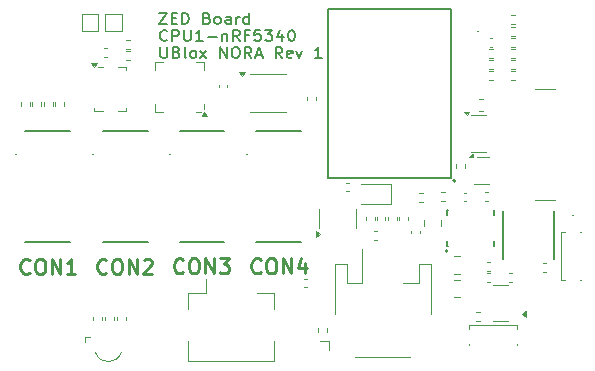
<source format=gbr>
%TF.GenerationSoftware,KiCad,Pcbnew,9.0.4*%
%TF.CreationDate,2025-09-08T17:38:28-04:00*%
%TF.ProjectId,CPU1-NRF5340-uBlox-NORA,43505531-2d4e-4524-9635-3334302d7542,A*%
%TF.SameCoordinates,Original*%
%TF.FileFunction,Legend,Top*%
%TF.FilePolarity,Positive*%
%FSLAX46Y46*%
G04 Gerber Fmt 4.6, Leading zero omitted, Abs format (unit mm)*
G04 Created by KiCad (PCBNEW 9.0.4) date 2025-09-08 17:38:28*
%MOMM*%
%LPD*%
G01*
G04 APERTURE LIST*
%ADD10C,0.150000*%
%ADD11C,0.254000*%
%ADD12C,0.120000*%
%ADD13C,0.100000*%
%ADD14C,0.200000*%
%ADD15C,0.127000*%
G04 APERTURE END LIST*
D10*
X118231541Y-74824157D02*
X118898207Y-74824157D01*
X118898207Y-74824157D02*
X118231541Y-75724157D01*
X118231541Y-75724157D02*
X118898207Y-75724157D01*
X119279160Y-75252728D02*
X119612493Y-75252728D01*
X119755350Y-75724157D02*
X119279160Y-75724157D01*
X119279160Y-75724157D02*
X119279160Y-74824157D01*
X119279160Y-74824157D02*
X119755350Y-74824157D01*
X120183922Y-75724157D02*
X120183922Y-74824157D01*
X120183922Y-74824157D02*
X120422017Y-74824157D01*
X120422017Y-74824157D02*
X120564874Y-74867014D01*
X120564874Y-74867014D02*
X120660112Y-74952728D01*
X120660112Y-74952728D02*
X120707731Y-75038442D01*
X120707731Y-75038442D02*
X120755350Y-75209871D01*
X120755350Y-75209871D02*
X120755350Y-75338442D01*
X120755350Y-75338442D02*
X120707731Y-75509871D01*
X120707731Y-75509871D02*
X120660112Y-75595585D01*
X120660112Y-75595585D02*
X120564874Y-75681300D01*
X120564874Y-75681300D02*
X120422017Y-75724157D01*
X120422017Y-75724157D02*
X120183922Y-75724157D01*
X122279160Y-75252728D02*
X122422017Y-75295585D01*
X122422017Y-75295585D02*
X122469636Y-75338442D01*
X122469636Y-75338442D02*
X122517255Y-75424157D01*
X122517255Y-75424157D02*
X122517255Y-75552728D01*
X122517255Y-75552728D02*
X122469636Y-75638442D01*
X122469636Y-75638442D02*
X122422017Y-75681300D01*
X122422017Y-75681300D02*
X122326779Y-75724157D01*
X122326779Y-75724157D02*
X121945827Y-75724157D01*
X121945827Y-75724157D02*
X121945827Y-74824157D01*
X121945827Y-74824157D02*
X122279160Y-74824157D01*
X122279160Y-74824157D02*
X122374398Y-74867014D01*
X122374398Y-74867014D02*
X122422017Y-74909871D01*
X122422017Y-74909871D02*
X122469636Y-74995585D01*
X122469636Y-74995585D02*
X122469636Y-75081300D01*
X122469636Y-75081300D02*
X122422017Y-75167014D01*
X122422017Y-75167014D02*
X122374398Y-75209871D01*
X122374398Y-75209871D02*
X122279160Y-75252728D01*
X122279160Y-75252728D02*
X121945827Y-75252728D01*
X123088684Y-75724157D02*
X122993446Y-75681300D01*
X122993446Y-75681300D02*
X122945827Y-75638442D01*
X122945827Y-75638442D02*
X122898208Y-75552728D01*
X122898208Y-75552728D02*
X122898208Y-75295585D01*
X122898208Y-75295585D02*
X122945827Y-75209871D01*
X122945827Y-75209871D02*
X122993446Y-75167014D01*
X122993446Y-75167014D02*
X123088684Y-75124157D01*
X123088684Y-75124157D02*
X123231541Y-75124157D01*
X123231541Y-75124157D02*
X123326779Y-75167014D01*
X123326779Y-75167014D02*
X123374398Y-75209871D01*
X123374398Y-75209871D02*
X123422017Y-75295585D01*
X123422017Y-75295585D02*
X123422017Y-75552728D01*
X123422017Y-75552728D02*
X123374398Y-75638442D01*
X123374398Y-75638442D02*
X123326779Y-75681300D01*
X123326779Y-75681300D02*
X123231541Y-75724157D01*
X123231541Y-75724157D02*
X123088684Y-75724157D01*
X124279160Y-75724157D02*
X124279160Y-75252728D01*
X124279160Y-75252728D02*
X124231541Y-75167014D01*
X124231541Y-75167014D02*
X124136303Y-75124157D01*
X124136303Y-75124157D02*
X123945827Y-75124157D01*
X123945827Y-75124157D02*
X123850589Y-75167014D01*
X124279160Y-75681300D02*
X124183922Y-75724157D01*
X124183922Y-75724157D02*
X123945827Y-75724157D01*
X123945827Y-75724157D02*
X123850589Y-75681300D01*
X123850589Y-75681300D02*
X123802970Y-75595585D01*
X123802970Y-75595585D02*
X123802970Y-75509871D01*
X123802970Y-75509871D02*
X123850589Y-75424157D01*
X123850589Y-75424157D02*
X123945827Y-75381300D01*
X123945827Y-75381300D02*
X124183922Y-75381300D01*
X124183922Y-75381300D02*
X124279160Y-75338442D01*
X124755351Y-75724157D02*
X124755351Y-75124157D01*
X124755351Y-75295585D02*
X124802970Y-75209871D01*
X124802970Y-75209871D02*
X124850589Y-75167014D01*
X124850589Y-75167014D02*
X124945827Y-75124157D01*
X124945827Y-75124157D02*
X125041065Y-75124157D01*
X125802970Y-75724157D02*
X125802970Y-74824157D01*
X125802970Y-75681300D02*
X125707732Y-75724157D01*
X125707732Y-75724157D02*
X125517256Y-75724157D01*
X125517256Y-75724157D02*
X125422018Y-75681300D01*
X125422018Y-75681300D02*
X125374399Y-75638442D01*
X125374399Y-75638442D02*
X125326780Y-75552728D01*
X125326780Y-75552728D02*
X125326780Y-75295585D01*
X125326780Y-75295585D02*
X125374399Y-75209871D01*
X125374399Y-75209871D02*
X125422018Y-75167014D01*
X125422018Y-75167014D02*
X125517256Y-75124157D01*
X125517256Y-75124157D02*
X125707732Y-75124157D01*
X125707732Y-75124157D02*
X125802970Y-75167014D01*
X118898207Y-77087392D02*
X118850588Y-77130250D01*
X118850588Y-77130250D02*
X118707731Y-77173107D01*
X118707731Y-77173107D02*
X118612493Y-77173107D01*
X118612493Y-77173107D02*
X118469636Y-77130250D01*
X118469636Y-77130250D02*
X118374398Y-77044535D01*
X118374398Y-77044535D02*
X118326779Y-76958821D01*
X118326779Y-76958821D02*
X118279160Y-76787392D01*
X118279160Y-76787392D02*
X118279160Y-76658821D01*
X118279160Y-76658821D02*
X118326779Y-76487392D01*
X118326779Y-76487392D02*
X118374398Y-76401678D01*
X118374398Y-76401678D02*
X118469636Y-76315964D01*
X118469636Y-76315964D02*
X118612493Y-76273107D01*
X118612493Y-76273107D02*
X118707731Y-76273107D01*
X118707731Y-76273107D02*
X118850588Y-76315964D01*
X118850588Y-76315964D02*
X118898207Y-76358821D01*
X119326779Y-77173107D02*
X119326779Y-76273107D01*
X119326779Y-76273107D02*
X119707731Y-76273107D01*
X119707731Y-76273107D02*
X119802969Y-76315964D01*
X119802969Y-76315964D02*
X119850588Y-76358821D01*
X119850588Y-76358821D02*
X119898207Y-76444535D01*
X119898207Y-76444535D02*
X119898207Y-76573107D01*
X119898207Y-76573107D02*
X119850588Y-76658821D01*
X119850588Y-76658821D02*
X119802969Y-76701678D01*
X119802969Y-76701678D02*
X119707731Y-76744535D01*
X119707731Y-76744535D02*
X119326779Y-76744535D01*
X120326779Y-76273107D02*
X120326779Y-77001678D01*
X120326779Y-77001678D02*
X120374398Y-77087392D01*
X120374398Y-77087392D02*
X120422017Y-77130250D01*
X120422017Y-77130250D02*
X120517255Y-77173107D01*
X120517255Y-77173107D02*
X120707731Y-77173107D01*
X120707731Y-77173107D02*
X120802969Y-77130250D01*
X120802969Y-77130250D02*
X120850588Y-77087392D01*
X120850588Y-77087392D02*
X120898207Y-77001678D01*
X120898207Y-77001678D02*
X120898207Y-76273107D01*
X121898207Y-77173107D02*
X121326779Y-77173107D01*
X121612493Y-77173107D02*
X121612493Y-76273107D01*
X121612493Y-76273107D02*
X121517255Y-76401678D01*
X121517255Y-76401678D02*
X121422017Y-76487392D01*
X121422017Y-76487392D02*
X121326779Y-76530250D01*
X122326779Y-76830250D02*
X123088684Y-76830250D01*
X123564874Y-76573107D02*
X123564874Y-77173107D01*
X123564874Y-76658821D02*
X123612493Y-76615964D01*
X123612493Y-76615964D02*
X123707731Y-76573107D01*
X123707731Y-76573107D02*
X123850588Y-76573107D01*
X123850588Y-76573107D02*
X123945826Y-76615964D01*
X123945826Y-76615964D02*
X123993445Y-76701678D01*
X123993445Y-76701678D02*
X123993445Y-77173107D01*
X125041064Y-77173107D02*
X124707731Y-76744535D01*
X124469636Y-77173107D02*
X124469636Y-76273107D01*
X124469636Y-76273107D02*
X124850588Y-76273107D01*
X124850588Y-76273107D02*
X124945826Y-76315964D01*
X124945826Y-76315964D02*
X124993445Y-76358821D01*
X124993445Y-76358821D02*
X125041064Y-76444535D01*
X125041064Y-76444535D02*
X125041064Y-76573107D01*
X125041064Y-76573107D02*
X124993445Y-76658821D01*
X124993445Y-76658821D02*
X124945826Y-76701678D01*
X124945826Y-76701678D02*
X124850588Y-76744535D01*
X124850588Y-76744535D02*
X124469636Y-76744535D01*
X125802969Y-76701678D02*
X125469636Y-76701678D01*
X125469636Y-77173107D02*
X125469636Y-76273107D01*
X125469636Y-76273107D02*
X125945826Y-76273107D01*
X126802969Y-76273107D02*
X126326779Y-76273107D01*
X126326779Y-76273107D02*
X126279160Y-76701678D01*
X126279160Y-76701678D02*
X126326779Y-76658821D01*
X126326779Y-76658821D02*
X126422017Y-76615964D01*
X126422017Y-76615964D02*
X126660112Y-76615964D01*
X126660112Y-76615964D02*
X126755350Y-76658821D01*
X126755350Y-76658821D02*
X126802969Y-76701678D01*
X126802969Y-76701678D02*
X126850588Y-76787392D01*
X126850588Y-76787392D02*
X126850588Y-77001678D01*
X126850588Y-77001678D02*
X126802969Y-77087392D01*
X126802969Y-77087392D02*
X126755350Y-77130250D01*
X126755350Y-77130250D02*
X126660112Y-77173107D01*
X126660112Y-77173107D02*
X126422017Y-77173107D01*
X126422017Y-77173107D02*
X126326779Y-77130250D01*
X126326779Y-77130250D02*
X126279160Y-77087392D01*
X127183922Y-76273107D02*
X127802969Y-76273107D01*
X127802969Y-76273107D02*
X127469636Y-76615964D01*
X127469636Y-76615964D02*
X127612493Y-76615964D01*
X127612493Y-76615964D02*
X127707731Y-76658821D01*
X127707731Y-76658821D02*
X127755350Y-76701678D01*
X127755350Y-76701678D02*
X127802969Y-76787392D01*
X127802969Y-76787392D02*
X127802969Y-77001678D01*
X127802969Y-77001678D02*
X127755350Y-77087392D01*
X127755350Y-77087392D02*
X127707731Y-77130250D01*
X127707731Y-77130250D02*
X127612493Y-77173107D01*
X127612493Y-77173107D02*
X127326779Y-77173107D01*
X127326779Y-77173107D02*
X127231541Y-77130250D01*
X127231541Y-77130250D02*
X127183922Y-77087392D01*
X128660112Y-76573107D02*
X128660112Y-77173107D01*
X128422017Y-76230250D02*
X128183922Y-76873107D01*
X128183922Y-76873107D02*
X128802969Y-76873107D01*
X129374398Y-76273107D02*
X129469636Y-76273107D01*
X129469636Y-76273107D02*
X129564874Y-76315964D01*
X129564874Y-76315964D02*
X129612493Y-76358821D01*
X129612493Y-76358821D02*
X129660112Y-76444535D01*
X129660112Y-76444535D02*
X129707731Y-76615964D01*
X129707731Y-76615964D02*
X129707731Y-76830250D01*
X129707731Y-76830250D02*
X129660112Y-77001678D01*
X129660112Y-77001678D02*
X129612493Y-77087392D01*
X129612493Y-77087392D02*
X129564874Y-77130250D01*
X129564874Y-77130250D02*
X129469636Y-77173107D01*
X129469636Y-77173107D02*
X129374398Y-77173107D01*
X129374398Y-77173107D02*
X129279160Y-77130250D01*
X129279160Y-77130250D02*
X129231541Y-77087392D01*
X129231541Y-77087392D02*
X129183922Y-77001678D01*
X129183922Y-77001678D02*
X129136303Y-76830250D01*
X129136303Y-76830250D02*
X129136303Y-76615964D01*
X129136303Y-76615964D02*
X129183922Y-76444535D01*
X129183922Y-76444535D02*
X129231541Y-76358821D01*
X129231541Y-76358821D02*
X129279160Y-76315964D01*
X129279160Y-76315964D02*
X129374398Y-76273107D01*
X118326779Y-77722057D02*
X118326779Y-78450628D01*
X118326779Y-78450628D02*
X118374398Y-78536342D01*
X118374398Y-78536342D02*
X118422017Y-78579200D01*
X118422017Y-78579200D02*
X118517255Y-78622057D01*
X118517255Y-78622057D02*
X118707731Y-78622057D01*
X118707731Y-78622057D02*
X118802969Y-78579200D01*
X118802969Y-78579200D02*
X118850588Y-78536342D01*
X118850588Y-78536342D02*
X118898207Y-78450628D01*
X118898207Y-78450628D02*
X118898207Y-77722057D01*
X119707731Y-78150628D02*
X119850588Y-78193485D01*
X119850588Y-78193485D02*
X119898207Y-78236342D01*
X119898207Y-78236342D02*
X119945826Y-78322057D01*
X119945826Y-78322057D02*
X119945826Y-78450628D01*
X119945826Y-78450628D02*
X119898207Y-78536342D01*
X119898207Y-78536342D02*
X119850588Y-78579200D01*
X119850588Y-78579200D02*
X119755350Y-78622057D01*
X119755350Y-78622057D02*
X119374398Y-78622057D01*
X119374398Y-78622057D02*
X119374398Y-77722057D01*
X119374398Y-77722057D02*
X119707731Y-77722057D01*
X119707731Y-77722057D02*
X119802969Y-77764914D01*
X119802969Y-77764914D02*
X119850588Y-77807771D01*
X119850588Y-77807771D02*
X119898207Y-77893485D01*
X119898207Y-77893485D02*
X119898207Y-77979200D01*
X119898207Y-77979200D02*
X119850588Y-78064914D01*
X119850588Y-78064914D02*
X119802969Y-78107771D01*
X119802969Y-78107771D02*
X119707731Y-78150628D01*
X119707731Y-78150628D02*
X119374398Y-78150628D01*
X120517255Y-78622057D02*
X120422017Y-78579200D01*
X120422017Y-78579200D02*
X120374398Y-78493485D01*
X120374398Y-78493485D02*
X120374398Y-77722057D01*
X121041065Y-78622057D02*
X120945827Y-78579200D01*
X120945827Y-78579200D02*
X120898208Y-78536342D01*
X120898208Y-78536342D02*
X120850589Y-78450628D01*
X120850589Y-78450628D02*
X120850589Y-78193485D01*
X120850589Y-78193485D02*
X120898208Y-78107771D01*
X120898208Y-78107771D02*
X120945827Y-78064914D01*
X120945827Y-78064914D02*
X121041065Y-78022057D01*
X121041065Y-78022057D02*
X121183922Y-78022057D01*
X121183922Y-78022057D02*
X121279160Y-78064914D01*
X121279160Y-78064914D02*
X121326779Y-78107771D01*
X121326779Y-78107771D02*
X121374398Y-78193485D01*
X121374398Y-78193485D02*
X121374398Y-78450628D01*
X121374398Y-78450628D02*
X121326779Y-78536342D01*
X121326779Y-78536342D02*
X121279160Y-78579200D01*
X121279160Y-78579200D02*
X121183922Y-78622057D01*
X121183922Y-78622057D02*
X121041065Y-78622057D01*
X121707732Y-78622057D02*
X122231541Y-78022057D01*
X121707732Y-78022057D02*
X122231541Y-78622057D01*
X123374399Y-78622057D02*
X123374399Y-77722057D01*
X123374399Y-77722057D02*
X123945827Y-78622057D01*
X123945827Y-78622057D02*
X123945827Y-77722057D01*
X124612494Y-77722057D02*
X124802970Y-77722057D01*
X124802970Y-77722057D02*
X124898208Y-77764914D01*
X124898208Y-77764914D02*
X124993446Y-77850628D01*
X124993446Y-77850628D02*
X125041065Y-78022057D01*
X125041065Y-78022057D02*
X125041065Y-78322057D01*
X125041065Y-78322057D02*
X124993446Y-78493485D01*
X124993446Y-78493485D02*
X124898208Y-78579200D01*
X124898208Y-78579200D02*
X124802970Y-78622057D01*
X124802970Y-78622057D02*
X124612494Y-78622057D01*
X124612494Y-78622057D02*
X124517256Y-78579200D01*
X124517256Y-78579200D02*
X124422018Y-78493485D01*
X124422018Y-78493485D02*
X124374399Y-78322057D01*
X124374399Y-78322057D02*
X124374399Y-78022057D01*
X124374399Y-78022057D02*
X124422018Y-77850628D01*
X124422018Y-77850628D02*
X124517256Y-77764914D01*
X124517256Y-77764914D02*
X124612494Y-77722057D01*
X126041065Y-78622057D02*
X125707732Y-78193485D01*
X125469637Y-78622057D02*
X125469637Y-77722057D01*
X125469637Y-77722057D02*
X125850589Y-77722057D01*
X125850589Y-77722057D02*
X125945827Y-77764914D01*
X125945827Y-77764914D02*
X125993446Y-77807771D01*
X125993446Y-77807771D02*
X126041065Y-77893485D01*
X126041065Y-77893485D02*
X126041065Y-78022057D01*
X126041065Y-78022057D02*
X125993446Y-78107771D01*
X125993446Y-78107771D02*
X125945827Y-78150628D01*
X125945827Y-78150628D02*
X125850589Y-78193485D01*
X125850589Y-78193485D02*
X125469637Y-78193485D01*
X126422018Y-78364914D02*
X126898208Y-78364914D01*
X126326780Y-78622057D02*
X126660113Y-77722057D01*
X126660113Y-77722057D02*
X126993446Y-78622057D01*
X128660113Y-78622057D02*
X128326780Y-78193485D01*
X128088685Y-78622057D02*
X128088685Y-77722057D01*
X128088685Y-77722057D02*
X128469637Y-77722057D01*
X128469637Y-77722057D02*
X128564875Y-77764914D01*
X128564875Y-77764914D02*
X128612494Y-77807771D01*
X128612494Y-77807771D02*
X128660113Y-77893485D01*
X128660113Y-77893485D02*
X128660113Y-78022057D01*
X128660113Y-78022057D02*
X128612494Y-78107771D01*
X128612494Y-78107771D02*
X128564875Y-78150628D01*
X128564875Y-78150628D02*
X128469637Y-78193485D01*
X128469637Y-78193485D02*
X128088685Y-78193485D01*
X129469637Y-78579200D02*
X129374399Y-78622057D01*
X129374399Y-78622057D02*
X129183923Y-78622057D01*
X129183923Y-78622057D02*
X129088685Y-78579200D01*
X129088685Y-78579200D02*
X129041066Y-78493485D01*
X129041066Y-78493485D02*
X129041066Y-78150628D01*
X129041066Y-78150628D02*
X129088685Y-78064914D01*
X129088685Y-78064914D02*
X129183923Y-78022057D01*
X129183923Y-78022057D02*
X129374399Y-78022057D01*
X129374399Y-78022057D02*
X129469637Y-78064914D01*
X129469637Y-78064914D02*
X129517256Y-78150628D01*
X129517256Y-78150628D02*
X129517256Y-78236342D01*
X129517256Y-78236342D02*
X129041066Y-78322057D01*
X129850590Y-78022057D02*
X130088685Y-78622057D01*
X130088685Y-78622057D02*
X130326780Y-78022057D01*
X131993447Y-78622057D02*
X131422019Y-78622057D01*
X131707733Y-78622057D02*
X131707733Y-77722057D01*
X131707733Y-77722057D02*
X131612495Y-77850628D01*
X131612495Y-77850628D02*
X131517257Y-77936342D01*
X131517257Y-77936342D02*
X131422019Y-77979200D01*
D11*
X107257857Y-96803365D02*
X107197381Y-96863842D01*
X107197381Y-96863842D02*
X107015952Y-96924318D01*
X107015952Y-96924318D02*
X106895000Y-96924318D01*
X106895000Y-96924318D02*
X106713571Y-96863842D01*
X106713571Y-96863842D02*
X106592619Y-96742889D01*
X106592619Y-96742889D02*
X106532142Y-96621937D01*
X106532142Y-96621937D02*
X106471666Y-96380032D01*
X106471666Y-96380032D02*
X106471666Y-96198603D01*
X106471666Y-96198603D02*
X106532142Y-95956699D01*
X106532142Y-95956699D02*
X106592619Y-95835746D01*
X106592619Y-95835746D02*
X106713571Y-95714794D01*
X106713571Y-95714794D02*
X106895000Y-95654318D01*
X106895000Y-95654318D02*
X107015952Y-95654318D01*
X107015952Y-95654318D02*
X107197381Y-95714794D01*
X107197381Y-95714794D02*
X107257857Y-95775270D01*
X108044047Y-95654318D02*
X108285952Y-95654318D01*
X108285952Y-95654318D02*
X108406904Y-95714794D01*
X108406904Y-95714794D02*
X108527857Y-95835746D01*
X108527857Y-95835746D02*
X108588333Y-96077651D01*
X108588333Y-96077651D02*
X108588333Y-96500984D01*
X108588333Y-96500984D02*
X108527857Y-96742889D01*
X108527857Y-96742889D02*
X108406904Y-96863842D01*
X108406904Y-96863842D02*
X108285952Y-96924318D01*
X108285952Y-96924318D02*
X108044047Y-96924318D01*
X108044047Y-96924318D02*
X107923095Y-96863842D01*
X107923095Y-96863842D02*
X107802142Y-96742889D01*
X107802142Y-96742889D02*
X107741666Y-96500984D01*
X107741666Y-96500984D02*
X107741666Y-96077651D01*
X107741666Y-96077651D02*
X107802142Y-95835746D01*
X107802142Y-95835746D02*
X107923095Y-95714794D01*
X107923095Y-95714794D02*
X108044047Y-95654318D01*
X109132618Y-96924318D02*
X109132618Y-95654318D01*
X109132618Y-95654318D02*
X109858333Y-96924318D01*
X109858333Y-96924318D02*
X109858333Y-95654318D01*
X111128333Y-96924318D02*
X110402618Y-96924318D01*
X110765475Y-96924318D02*
X110765475Y-95654318D01*
X110765475Y-95654318D02*
X110644523Y-95835746D01*
X110644523Y-95835746D02*
X110523571Y-95956699D01*
X110523571Y-95956699D02*
X110402618Y-96017175D01*
X120257857Y-96753365D02*
X120197381Y-96813842D01*
X120197381Y-96813842D02*
X120015952Y-96874318D01*
X120015952Y-96874318D02*
X119895000Y-96874318D01*
X119895000Y-96874318D02*
X119713571Y-96813842D01*
X119713571Y-96813842D02*
X119592619Y-96692889D01*
X119592619Y-96692889D02*
X119532142Y-96571937D01*
X119532142Y-96571937D02*
X119471666Y-96330032D01*
X119471666Y-96330032D02*
X119471666Y-96148603D01*
X119471666Y-96148603D02*
X119532142Y-95906699D01*
X119532142Y-95906699D02*
X119592619Y-95785746D01*
X119592619Y-95785746D02*
X119713571Y-95664794D01*
X119713571Y-95664794D02*
X119895000Y-95604318D01*
X119895000Y-95604318D02*
X120015952Y-95604318D01*
X120015952Y-95604318D02*
X120197381Y-95664794D01*
X120197381Y-95664794D02*
X120257857Y-95725270D01*
X121044047Y-95604318D02*
X121285952Y-95604318D01*
X121285952Y-95604318D02*
X121406904Y-95664794D01*
X121406904Y-95664794D02*
X121527857Y-95785746D01*
X121527857Y-95785746D02*
X121588333Y-96027651D01*
X121588333Y-96027651D02*
X121588333Y-96450984D01*
X121588333Y-96450984D02*
X121527857Y-96692889D01*
X121527857Y-96692889D02*
X121406904Y-96813842D01*
X121406904Y-96813842D02*
X121285952Y-96874318D01*
X121285952Y-96874318D02*
X121044047Y-96874318D01*
X121044047Y-96874318D02*
X120923095Y-96813842D01*
X120923095Y-96813842D02*
X120802142Y-96692889D01*
X120802142Y-96692889D02*
X120741666Y-96450984D01*
X120741666Y-96450984D02*
X120741666Y-96027651D01*
X120741666Y-96027651D02*
X120802142Y-95785746D01*
X120802142Y-95785746D02*
X120923095Y-95664794D01*
X120923095Y-95664794D02*
X121044047Y-95604318D01*
X122132618Y-96874318D02*
X122132618Y-95604318D01*
X122132618Y-95604318D02*
X122858333Y-96874318D01*
X122858333Y-96874318D02*
X122858333Y-95604318D01*
X123342142Y-95604318D02*
X124128333Y-95604318D01*
X124128333Y-95604318D02*
X123704999Y-96088127D01*
X123704999Y-96088127D02*
X123886428Y-96088127D01*
X123886428Y-96088127D02*
X124007380Y-96148603D01*
X124007380Y-96148603D02*
X124067856Y-96209080D01*
X124067856Y-96209080D02*
X124128333Y-96330032D01*
X124128333Y-96330032D02*
X124128333Y-96632413D01*
X124128333Y-96632413D02*
X124067856Y-96753365D01*
X124067856Y-96753365D02*
X124007380Y-96813842D01*
X124007380Y-96813842D02*
X123886428Y-96874318D01*
X123886428Y-96874318D02*
X123523571Y-96874318D01*
X123523571Y-96874318D02*
X123402618Y-96813842D01*
X123402618Y-96813842D02*
X123342142Y-96753365D01*
X113757857Y-96803365D02*
X113697381Y-96863842D01*
X113697381Y-96863842D02*
X113515952Y-96924318D01*
X113515952Y-96924318D02*
X113395000Y-96924318D01*
X113395000Y-96924318D02*
X113213571Y-96863842D01*
X113213571Y-96863842D02*
X113092619Y-96742889D01*
X113092619Y-96742889D02*
X113032142Y-96621937D01*
X113032142Y-96621937D02*
X112971666Y-96380032D01*
X112971666Y-96380032D02*
X112971666Y-96198603D01*
X112971666Y-96198603D02*
X113032142Y-95956699D01*
X113032142Y-95956699D02*
X113092619Y-95835746D01*
X113092619Y-95835746D02*
X113213571Y-95714794D01*
X113213571Y-95714794D02*
X113395000Y-95654318D01*
X113395000Y-95654318D02*
X113515952Y-95654318D01*
X113515952Y-95654318D02*
X113697381Y-95714794D01*
X113697381Y-95714794D02*
X113757857Y-95775270D01*
X114544047Y-95654318D02*
X114785952Y-95654318D01*
X114785952Y-95654318D02*
X114906904Y-95714794D01*
X114906904Y-95714794D02*
X115027857Y-95835746D01*
X115027857Y-95835746D02*
X115088333Y-96077651D01*
X115088333Y-96077651D02*
X115088333Y-96500984D01*
X115088333Y-96500984D02*
X115027857Y-96742889D01*
X115027857Y-96742889D02*
X114906904Y-96863842D01*
X114906904Y-96863842D02*
X114785952Y-96924318D01*
X114785952Y-96924318D02*
X114544047Y-96924318D01*
X114544047Y-96924318D02*
X114423095Y-96863842D01*
X114423095Y-96863842D02*
X114302142Y-96742889D01*
X114302142Y-96742889D02*
X114241666Y-96500984D01*
X114241666Y-96500984D02*
X114241666Y-96077651D01*
X114241666Y-96077651D02*
X114302142Y-95835746D01*
X114302142Y-95835746D02*
X114423095Y-95714794D01*
X114423095Y-95714794D02*
X114544047Y-95654318D01*
X115632618Y-96924318D02*
X115632618Y-95654318D01*
X115632618Y-95654318D02*
X116358333Y-96924318D01*
X116358333Y-96924318D02*
X116358333Y-95654318D01*
X116902618Y-95775270D02*
X116963094Y-95714794D01*
X116963094Y-95714794D02*
X117084047Y-95654318D01*
X117084047Y-95654318D02*
X117386428Y-95654318D01*
X117386428Y-95654318D02*
X117507380Y-95714794D01*
X117507380Y-95714794D02*
X117567856Y-95775270D01*
X117567856Y-95775270D02*
X117628333Y-95896222D01*
X117628333Y-95896222D02*
X117628333Y-96017175D01*
X117628333Y-96017175D02*
X117567856Y-96198603D01*
X117567856Y-96198603D02*
X116842142Y-96924318D01*
X116842142Y-96924318D02*
X117628333Y-96924318D01*
X126807857Y-96753365D02*
X126747381Y-96813842D01*
X126747381Y-96813842D02*
X126565952Y-96874318D01*
X126565952Y-96874318D02*
X126445000Y-96874318D01*
X126445000Y-96874318D02*
X126263571Y-96813842D01*
X126263571Y-96813842D02*
X126142619Y-96692889D01*
X126142619Y-96692889D02*
X126082142Y-96571937D01*
X126082142Y-96571937D02*
X126021666Y-96330032D01*
X126021666Y-96330032D02*
X126021666Y-96148603D01*
X126021666Y-96148603D02*
X126082142Y-95906699D01*
X126082142Y-95906699D02*
X126142619Y-95785746D01*
X126142619Y-95785746D02*
X126263571Y-95664794D01*
X126263571Y-95664794D02*
X126445000Y-95604318D01*
X126445000Y-95604318D02*
X126565952Y-95604318D01*
X126565952Y-95604318D02*
X126747381Y-95664794D01*
X126747381Y-95664794D02*
X126807857Y-95725270D01*
X127594047Y-95604318D02*
X127835952Y-95604318D01*
X127835952Y-95604318D02*
X127956904Y-95664794D01*
X127956904Y-95664794D02*
X128077857Y-95785746D01*
X128077857Y-95785746D02*
X128138333Y-96027651D01*
X128138333Y-96027651D02*
X128138333Y-96450984D01*
X128138333Y-96450984D02*
X128077857Y-96692889D01*
X128077857Y-96692889D02*
X127956904Y-96813842D01*
X127956904Y-96813842D02*
X127835952Y-96874318D01*
X127835952Y-96874318D02*
X127594047Y-96874318D01*
X127594047Y-96874318D02*
X127473095Y-96813842D01*
X127473095Y-96813842D02*
X127352142Y-96692889D01*
X127352142Y-96692889D02*
X127291666Y-96450984D01*
X127291666Y-96450984D02*
X127291666Y-96027651D01*
X127291666Y-96027651D02*
X127352142Y-95785746D01*
X127352142Y-95785746D02*
X127473095Y-95664794D01*
X127473095Y-95664794D02*
X127594047Y-95604318D01*
X128682618Y-96874318D02*
X128682618Y-95604318D01*
X128682618Y-95604318D02*
X129408333Y-96874318D01*
X129408333Y-96874318D02*
X129408333Y-95604318D01*
X130557380Y-96027651D02*
X130557380Y-96874318D01*
X130254999Y-95543842D02*
X129952618Y-96450984D01*
X129952618Y-96450984D02*
X130738809Y-96450984D01*
D12*
%TO.C,J3*%
X133090000Y-96090000D02*
X134110000Y-96090000D01*
X133090000Y-100340000D02*
X133090000Y-96090000D01*
X134110000Y-96090000D02*
X134110000Y-97690000D01*
X134110000Y-97690000D02*
X135390000Y-97690000D01*
X134810000Y-103910000D02*
X139490000Y-103910000D01*
X135390000Y-97690000D02*
X135390000Y-94800000D01*
X140190000Y-96090000D02*
X140190000Y-97690000D01*
X140190000Y-97690000D02*
X138910000Y-97690000D01*
X141210000Y-96090000D02*
X140190000Y-96090000D01*
X141210000Y-100340000D02*
X141210000Y-96090000D01*
%TO.C,R29*%
X145046359Y-100170000D02*
X145353641Y-100170000D01*
X145046359Y-100930000D02*
X145353641Y-100930000D01*
%TO.C,C7*%
X136665000Y-92092164D02*
X136665000Y-92307836D01*
X137385000Y-92092164D02*
X137385000Y-92307836D01*
D13*
%TO.C,D1*%
X145277500Y-76375000D02*
G75*
G02*
X145177500Y-76375000I-50000J0D01*
G01*
X145177500Y-76375000D02*
G75*
G02*
X145277500Y-76375000I50000J0D01*
G01*
D12*
%TO.C,C10*%
X138540000Y-92307836D02*
X138540000Y-92092164D01*
X139260000Y-92307836D02*
X139260000Y-92092164D01*
%TO.C,R17*%
X142403641Y-90020000D02*
X142096359Y-90020000D01*
X142403641Y-90780000D02*
X142096359Y-90780000D01*
%TO.C,U5*%
X131777500Y-92250000D02*
X131777500Y-91450000D01*
X131777500Y-92250000D02*
X131777500Y-93050000D01*
X134897500Y-92250000D02*
X134897500Y-91450000D01*
X134897500Y-92250000D02*
X134897500Y-93050000D01*
X131827500Y-93550000D02*
X131497500Y-93790000D01*
X131497500Y-93310000D01*
X131827500Y-93550000D01*
G36*
X131827500Y-93550000D02*
G01*
X131497500Y-93790000D01*
X131497500Y-93310000D01*
X131827500Y-93550000D01*
G37*
%TO.C,J1*%
X151725000Y-81290000D02*
X150025000Y-81290000D01*
X151725000Y-90630000D02*
X150025000Y-90630000D01*
%TO.C,R9*%
X148353641Y-77870000D02*
X148046359Y-77870000D01*
X148353641Y-78630000D02*
X148046359Y-78630000D01*
%TO.C,R23*%
X151003641Y-95970000D02*
X150696359Y-95970000D01*
X151003641Y-96730000D02*
X150696359Y-96730000D01*
%TO.C,TP1*%
X111660000Y-74921000D02*
X113060000Y-74921000D01*
X111660000Y-76321000D02*
X111660000Y-74921000D01*
X113060000Y-74921000D02*
X113060000Y-76321000D01*
X113060000Y-76321000D02*
X111660000Y-76321000D01*
%TO.C,C13*%
X140640000Y-92338748D02*
X140640000Y-92861252D01*
X142110000Y-92338748D02*
X142110000Y-92861252D01*
%TO.C,C14*%
X143711252Y-95415000D02*
X143188748Y-95415000D01*
X143711252Y-96885000D02*
X143188748Y-96885000D01*
%TO.C,C4*%
X130765000Y-82182836D02*
X130765000Y-81967164D01*
X131485000Y-82182836D02*
X131485000Y-81967164D01*
%TO.C,U3*%
X127450000Y-79965000D02*
X125950000Y-79965000D01*
X127450000Y-79965000D02*
X128950000Y-79965000D01*
X127450000Y-83185000D02*
X125950000Y-83185000D01*
X127450000Y-83185000D02*
X128950000Y-83185000D01*
X125237500Y-80140000D02*
X124997500Y-79810000D01*
X125477500Y-79810000D01*
X125237500Y-80140000D01*
G36*
X125237500Y-80140000D02*
G01*
X124997500Y-79810000D01*
X125477500Y-79810000D01*
X125237500Y-80140000D01*
G37*
%TO.C,J2*%
X120675000Y-98525000D02*
X120675000Y-99865000D01*
X120675000Y-102585000D02*
X120675000Y-104325000D01*
X120675000Y-104325000D02*
X127975000Y-104325000D01*
X122165000Y-98525000D02*
X120675000Y-98525000D01*
X122165000Y-98525000D02*
X122165000Y-97325000D01*
X126485000Y-98525000D02*
X127975000Y-98525000D01*
X127975000Y-98525000D02*
X127975000Y-99865000D01*
X127975000Y-104325000D02*
X127975000Y-102585000D01*
D13*
%TO.C,CON1*%
X106000000Y-86775000D02*
X106000000Y-86775000D01*
X106100000Y-86775000D02*
X106100000Y-86775000D01*
D14*
X106900000Y-84825000D02*
X110700000Y-84825000D01*
X106900000Y-94225000D02*
X110700000Y-94225000D01*
D13*
X106000000Y-86775000D02*
G75*
G02*
X106100000Y-86775000I50000J0D01*
G01*
X106100000Y-86775000D02*
G75*
G02*
X106000000Y-86775000I-50000J0D01*
G01*
D12*
%TO.C,C12*%
X139565000Y-93482836D02*
X139565000Y-93267164D01*
X140285000Y-93482836D02*
X140285000Y-93267164D01*
%TO.C,U1*%
X112715000Y-83110000D02*
X112715000Y-82885000D01*
X113440000Y-79390000D02*
X113015000Y-79390000D01*
X113440000Y-83110000D02*
X112715000Y-83110000D01*
X114710000Y-79390000D02*
X115435000Y-79390000D01*
X114710000Y-83110000D02*
X115435000Y-83110000D01*
X115435000Y-79390000D02*
X115435000Y-79615000D01*
X115435000Y-83110000D02*
X115435000Y-82885000D01*
X112715000Y-79390000D02*
X112475000Y-79060000D01*
X112955000Y-79060000D01*
X112715000Y-79390000D01*
G36*
X112715000Y-79390000D02*
G01*
X112475000Y-79060000D01*
X112955000Y-79060000D01*
X112715000Y-79390000D01*
G37*
D13*
%TO.C,CON3*%
X119050000Y-86775000D02*
X119050000Y-86775000D01*
X119150000Y-86775000D02*
X119150000Y-86775000D01*
D14*
X119950000Y-84825000D02*
X123750000Y-84825000D01*
X119950000Y-94225000D02*
X123750000Y-94225000D01*
D13*
X119050000Y-86775000D02*
G75*
G02*
X119150000Y-86775000I50000J0D01*
G01*
X119150000Y-86775000D02*
G75*
G02*
X119050000Y-86775000I-50000J0D01*
G01*
D12*
%TO.C,R16*%
X140528641Y-90045000D02*
X140221359Y-90045000D01*
X140528641Y-90805000D02*
X140221359Y-90805000D01*
%TO.C,R26*%
X114660000Y-100853641D02*
X114660000Y-100546359D01*
X115420000Y-100853641D02*
X115420000Y-100546359D01*
%TO.C,R10*%
X148021359Y-78820000D02*
X148328641Y-78820000D01*
X148021359Y-79580000D02*
X148328641Y-79580000D01*
%TO.C,R8*%
X146146359Y-79770000D02*
X146453641Y-79770000D01*
X146146359Y-80530000D02*
X146453641Y-80530000D01*
D13*
%TO.C,CON2*%
X112550000Y-86775000D02*
X112550000Y-86775000D01*
X112650000Y-86775000D02*
X112650000Y-86775000D01*
D14*
X113450000Y-84825000D02*
X117250000Y-84825000D01*
X113450000Y-94225000D02*
X117250000Y-94225000D01*
D13*
X112550000Y-86775000D02*
G75*
G02*
X112650000Y-86775000I50000J0D01*
G01*
X112650000Y-86775000D02*
G75*
G02*
X112550000Y-86775000I-50000J0D01*
G01*
D12*
%TO.C,C16*%
X143736252Y-97390000D02*
X143213748Y-97390000D01*
X143736252Y-98860000D02*
X143213748Y-98860000D01*
%TO.C,SW1*%
X152235000Y-93376000D02*
X152585000Y-93376000D01*
X152235000Y-97466000D02*
X152235000Y-93376000D01*
X152260000Y-97466000D02*
X152610000Y-97466000D01*
X153820000Y-93376000D02*
X153900000Y-93376000D01*
X153820000Y-97466000D02*
X153900000Y-97466000D01*
%TO.C,C3*%
X123290000Y-81107836D02*
X123290000Y-80892164D01*
X124010000Y-81107836D02*
X124010000Y-80892164D01*
%TO.C,C5*%
X145615580Y-82065000D02*
X145334420Y-82065000D01*
X145615580Y-83085000D02*
X145334420Y-83085000D01*
%TO.C,U6*%
X146175000Y-87002500D02*
X145125000Y-87002500D01*
X146175000Y-89322500D02*
X144875000Y-89322500D01*
X144765000Y-87002500D02*
X144485000Y-87002500D01*
X144765000Y-86722500D01*
X144765000Y-87002500D01*
G36*
X144765000Y-87002500D02*
G01*
X144485000Y-87002500D01*
X144765000Y-86722500D01*
X144765000Y-87002500D01*
G37*
%TO.C,R18*%
X146103641Y-90020000D02*
X145796359Y-90020000D01*
X146103641Y-90780000D02*
X145796359Y-90780000D01*
%TO.C,R21*%
X145946359Y-96820000D02*
X146253641Y-96820000D01*
X145946359Y-97580000D02*
X146253641Y-97580000D01*
%TO.C,R14*%
X109395000Y-82678641D02*
X109395000Y-82371359D01*
X110155000Y-82678641D02*
X110155000Y-82371359D01*
%TO.C,C11*%
X144207836Y-90040000D02*
X143992164Y-90040000D01*
X144207836Y-90760000D02*
X143992164Y-90760000D01*
%TO.C,Y1*%
X135340000Y-91035000D02*
X137860000Y-91035000D01*
X137860000Y-89315000D02*
X135340000Y-89315000D01*
X137860000Y-91035000D02*
X137860000Y-89315000D01*
%TO.C,R19*%
X143345000Y-87953641D02*
X143345000Y-87646359D01*
X144105000Y-87953641D02*
X144105000Y-87646359D01*
%TO.C,R11*%
X148021359Y-79770000D02*
X148328641Y-79770000D01*
X148021359Y-80530000D02*
X148328641Y-80530000D01*
%TO.C,C9*%
X137615000Y-92092164D02*
X137615000Y-92307836D01*
X138335000Y-92092164D02*
X138335000Y-92307836D01*
%TO.C,R12*%
X106545000Y-82678641D02*
X106545000Y-82371359D01*
X107305000Y-82678641D02*
X107305000Y-82371359D01*
%TO.C,D5*%
X132562500Y-102612500D02*
X131852500Y-102612500D01*
X132562500Y-103372500D02*
X132562500Y-102612500D01*
%TO.C,R7*%
X146453641Y-78820000D02*
X146146359Y-78820000D01*
X146453641Y-79580000D02*
X146146359Y-79580000D01*
%TO.C,SW2*%
X144430000Y-101237500D02*
X148520000Y-101237500D01*
X144430000Y-101262500D02*
X144430000Y-101612500D01*
X144430000Y-102822500D02*
X144430000Y-102902500D01*
X148520000Y-101237500D02*
X148520000Y-101587500D01*
X148520000Y-102822500D02*
X148520000Y-102902500D01*
%TO.C,R5*%
X115728641Y-78020000D02*
X115421359Y-78020000D01*
X115728641Y-78780000D02*
X115421359Y-78780000D01*
%TO.C,R22*%
X146253641Y-95870000D02*
X145946359Y-95870000D01*
X146253641Y-96630000D02*
X145946359Y-96630000D01*
%TO.C,R25*%
X112645000Y-100853641D02*
X112645000Y-100546359D01*
X113405000Y-100853641D02*
X113405000Y-100546359D01*
%TO.C,R28*%
X131695000Y-101496359D02*
X131695000Y-101803641D01*
X132455000Y-101496359D02*
X132455000Y-101803641D01*
%TO.C,R4*%
X148021359Y-75020000D02*
X148328641Y-75020000D01*
X148021359Y-75780000D02*
X148328641Y-75780000D01*
%TO.C,R20*%
X136396359Y-93245000D02*
X136703641Y-93245000D01*
X136396359Y-94005000D02*
X136703641Y-94005000D01*
%TO.C,C2*%
X113782836Y-77790000D02*
X113567164Y-77790000D01*
X113782836Y-78510000D02*
X113567164Y-78510000D01*
%TO.C,R3*%
X148328641Y-75970000D02*
X148021359Y-75970000D01*
X148328641Y-76730000D02*
X148021359Y-76730000D01*
%TO.C,Q1*%
X147100000Y-97815000D02*
X146450000Y-97815000D01*
X147100000Y-97815000D02*
X147750000Y-97815000D01*
X147100000Y-100935000D02*
X146450000Y-100935000D01*
X147100000Y-100935000D02*
X147750000Y-100935000D01*
X149299851Y-100563329D02*
X148969851Y-100323329D01*
X149299851Y-100083329D01*
X149299851Y-100563329D01*
G36*
X149299851Y-100563329D02*
G01*
X148969851Y-100323329D01*
X149299851Y-100083329D01*
X149299851Y-100563329D01*
G37*
%TO.C,R6*%
X146453641Y-77870000D02*
X146146359Y-77870000D01*
X146453641Y-78630000D02*
X146146359Y-78630000D01*
%TO.C,R2*%
X148021359Y-76920000D02*
X148328641Y-76920000D01*
X148021359Y-77680000D02*
X148328641Y-77680000D01*
%TO.C,C15*%
X130517164Y-97340000D02*
X130732836Y-97340000D01*
X130517164Y-98060000D02*
X130732836Y-98060000D01*
%TO.C,TP2*%
X113660000Y-74921000D02*
X115060000Y-74921000D01*
X113660000Y-76321000D02*
X113660000Y-74921000D01*
X115060000Y-74921000D02*
X115060000Y-76321000D01*
X115060000Y-76321000D02*
X113660000Y-76321000D01*
D15*
%TO.C,U7*%
X142610000Y-91521000D02*
X142640000Y-91521000D01*
X142610000Y-91911000D02*
X142610000Y-91521000D01*
X142610000Y-94521000D02*
X142610000Y-94131000D01*
X142610000Y-94521000D02*
X142640000Y-94521000D01*
X146610000Y-91521000D02*
X146580000Y-91521000D01*
X146610000Y-91911000D02*
X146610000Y-91521000D01*
X146610000Y-94521000D02*
X146580000Y-94521000D01*
X146610000Y-94521000D02*
X146610000Y-94131000D01*
D14*
X142660000Y-94971000D02*
G75*
G02*
X142460000Y-94971000I-100000J0D01*
G01*
X142460000Y-94971000D02*
G75*
G02*
X142660000Y-94971000I100000J0D01*
G01*
D13*
%TO.C,CON4*%
X125550000Y-86775000D02*
X125550000Y-86775000D01*
X125650000Y-86775000D02*
X125650000Y-86775000D01*
D14*
X126450000Y-84825000D02*
X130250000Y-84825000D01*
X126450000Y-94225000D02*
X130250000Y-94225000D01*
D13*
X125550000Y-86775000D02*
G75*
G02*
X125650000Y-86775000I50000J0D01*
G01*
X125650000Y-86775000D02*
G75*
G02*
X125550000Y-86775000I-50000J0D01*
G01*
D15*
%TO.C,L1*%
X147340000Y-91621000D02*
X147340000Y-95621000D01*
X151680000Y-91621000D02*
X151680000Y-95621000D01*
D12*
%TO.C,C6*%
X134282836Y-89190000D02*
X134067164Y-89190000D01*
X134282836Y-89910000D02*
X134067164Y-89910000D01*
%TO.C,R13*%
X107495000Y-82678641D02*
X107495000Y-82371359D01*
X108255000Y-82678641D02*
X108255000Y-82371359D01*
%TO.C,D2*%
X144610000Y-86568500D02*
X145910000Y-86568500D01*
X145910000Y-83448500D02*
X144640000Y-83448500D01*
X144260000Y-83498500D02*
X144020000Y-83168500D01*
X144500000Y-83168500D01*
X144260000Y-83498500D01*
G36*
X144260000Y-83498500D02*
G01*
X144020000Y-83168500D01*
X144500000Y-83168500D01*
X144260000Y-83498500D01*
G37*
%TO.C,R27*%
X113645000Y-100853641D02*
X113645000Y-100546359D01*
X114405000Y-100853641D02*
X114405000Y-100546359D01*
D15*
%TO.C,U4*%
X132550000Y-74525000D02*
X142950000Y-74525000D01*
X132550000Y-88825000D02*
X132550000Y-74525000D01*
X142950000Y-74525000D02*
X142950000Y-88825000D01*
X142950000Y-88825000D02*
X132550000Y-88825000D01*
D14*
X143300000Y-89025000D02*
G75*
G02*
X143100000Y-89025000I-100000J0D01*
G01*
X143100000Y-89025000D02*
G75*
G02*
X143300000Y-89025000I100000J0D01*
G01*
D12*
%TO.C,R1*%
X115421359Y-77070000D02*
X115728641Y-77070000D01*
X115421359Y-77830000D02*
X115728641Y-77830000D01*
%TO.C,R15*%
X108445000Y-82678641D02*
X108445000Y-82371359D01*
X109205000Y-82678641D02*
X109205000Y-82371359D01*
%TO.C,C1*%
X146217164Y-76965000D02*
X146432836Y-76965000D01*
X146217164Y-77685000D02*
X146432836Y-77685000D01*
D13*
%TO.C,D3*%
X153287500Y-91971000D02*
G75*
G02*
X153187500Y-91971000I-50000J0D01*
G01*
X153187500Y-91971000D02*
G75*
G02*
X153287500Y-91971000I50000J0D01*
G01*
D12*
%TO.C,C8*%
X135740000Y-92092164D02*
X135740000Y-92307836D01*
X136460000Y-92092164D02*
X136460000Y-92307836D01*
%TO.C,D4*%
X111965000Y-102270000D02*
X112375000Y-102270000D01*
X111965000Y-102650000D02*
X111965000Y-102270000D01*
X115015000Y-103560000D02*
G75*
G02*
X112835000Y-103560000I-1090000J346708D01*
G01*
%TO.C,R24*%
X147821359Y-96820000D02*
X148128641Y-96820000D01*
X147821359Y-97580000D02*
X148128641Y-97580000D01*
%TO.C,U2*%
X122060000Y-82510000D02*
X122060000Y-82970000D01*
X122060000Y-78990000D02*
X122060000Y-79690000D01*
X121360000Y-83210000D02*
X121760000Y-83210000D01*
X121360000Y-78990000D02*
X122060000Y-78990000D01*
X118540000Y-83210000D02*
X117840000Y-83210000D01*
X118540000Y-78990000D02*
X117840000Y-78990000D01*
X117840000Y-83210000D02*
X117840000Y-82510000D01*
X117840000Y-78990000D02*
X117840000Y-79690000D01*
X122300000Y-83540000D02*
X121820000Y-83540000D01*
X122060000Y-83210000D01*
X122300000Y-83540000D01*
G36*
X122300000Y-83540000D02*
G01*
X121820000Y-83540000D01*
X122060000Y-83210000D01*
X122300000Y-83540000D01*
G37*
%TD*%
M02*

</source>
